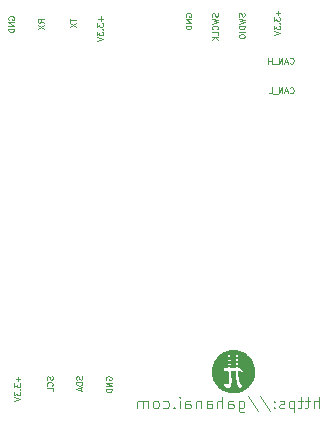
<source format=gbr>
%TF.GenerationSoftware,KiCad,Pcbnew,8.0.8-8.0.8-0~ubuntu24.04.1*%
%TF.CreationDate,2025-02-20T16:37:28+05:30*%
%TF.ProjectId,STM32_BT_IMU,53544d33-325f-4425-945f-494d552e6b69,rev?*%
%TF.SameCoordinates,Original*%
%TF.FileFunction,Legend,Bot*%
%TF.FilePolarity,Positive*%
%FSLAX46Y46*%
G04 Gerber Fmt 4.6, Leading zero omitted, Abs format (unit mm)*
G04 Created by KiCad (PCBNEW 8.0.8-8.0.8-0~ubuntu24.04.1) date 2025-02-20 16:37:28*
%MOMM*%
%LPD*%
G01*
G04 APERTURE LIST*
%ADD10C,0.100000*%
%ADD11C,0.000000*%
G04 APERTURE END LIST*
D10*
X63933609Y-73970550D02*
X63695514Y-73803884D01*
X63933609Y-73684836D02*
X63433609Y-73684836D01*
X63433609Y-73684836D02*
X63433609Y-73875312D01*
X63433609Y-73875312D02*
X63457419Y-73922931D01*
X63457419Y-73922931D02*
X63481228Y-73946741D01*
X63481228Y-73946741D02*
X63528847Y-73970550D01*
X63528847Y-73970550D02*
X63600276Y-73970550D01*
X63600276Y-73970550D02*
X63647895Y-73946741D01*
X63647895Y-73946741D02*
X63671704Y-73922931D01*
X63671704Y-73922931D02*
X63695514Y-73875312D01*
X63695514Y-73875312D02*
X63695514Y-73684836D01*
X63433609Y-74137217D02*
X63933609Y-74470550D01*
X63433609Y-74470550D02*
X63933609Y-74137217D01*
X84779449Y-79885990D02*
X84803258Y-79909800D01*
X84803258Y-79909800D02*
X84874687Y-79933609D01*
X84874687Y-79933609D02*
X84922306Y-79933609D01*
X84922306Y-79933609D02*
X84993734Y-79909800D01*
X84993734Y-79909800D02*
X85041353Y-79862180D01*
X85041353Y-79862180D02*
X85065163Y-79814561D01*
X85065163Y-79814561D02*
X85088972Y-79719323D01*
X85088972Y-79719323D02*
X85088972Y-79647895D01*
X85088972Y-79647895D02*
X85065163Y-79552657D01*
X85065163Y-79552657D02*
X85041353Y-79505038D01*
X85041353Y-79505038D02*
X84993734Y-79457419D01*
X84993734Y-79457419D02*
X84922306Y-79433609D01*
X84922306Y-79433609D02*
X84874687Y-79433609D01*
X84874687Y-79433609D02*
X84803258Y-79457419D01*
X84803258Y-79457419D02*
X84779449Y-79481228D01*
X84588972Y-79790752D02*
X84350877Y-79790752D01*
X84636591Y-79933609D02*
X84469925Y-79433609D01*
X84469925Y-79433609D02*
X84303258Y-79933609D01*
X84136592Y-79933609D02*
X84136592Y-79433609D01*
X84136592Y-79433609D02*
X83850878Y-79933609D01*
X83850878Y-79933609D02*
X83850878Y-79433609D01*
X83731830Y-79981228D02*
X83350877Y-79981228D01*
X82993735Y-79933609D02*
X83231830Y-79933609D01*
X83231830Y-79933609D02*
X83231830Y-79433609D01*
X60957419Y-73696741D02*
X60933609Y-73649122D01*
X60933609Y-73649122D02*
X60933609Y-73577693D01*
X60933609Y-73577693D02*
X60957419Y-73506265D01*
X60957419Y-73506265D02*
X61005038Y-73458646D01*
X61005038Y-73458646D02*
X61052657Y-73434836D01*
X61052657Y-73434836D02*
X61147895Y-73411027D01*
X61147895Y-73411027D02*
X61219323Y-73411027D01*
X61219323Y-73411027D02*
X61314561Y-73434836D01*
X61314561Y-73434836D02*
X61362180Y-73458646D01*
X61362180Y-73458646D02*
X61409800Y-73506265D01*
X61409800Y-73506265D02*
X61433609Y-73577693D01*
X61433609Y-73577693D02*
X61433609Y-73625312D01*
X61433609Y-73625312D02*
X61409800Y-73696741D01*
X61409800Y-73696741D02*
X61385990Y-73720550D01*
X61385990Y-73720550D02*
X61219323Y-73720550D01*
X61219323Y-73720550D02*
X61219323Y-73625312D01*
X61433609Y-73934836D02*
X60933609Y-73934836D01*
X60933609Y-73934836D02*
X61433609Y-74220550D01*
X61433609Y-74220550D02*
X60933609Y-74220550D01*
X61433609Y-74458646D02*
X60933609Y-74458646D01*
X60933609Y-74458646D02*
X60933609Y-74577694D01*
X60933609Y-74577694D02*
X60957419Y-74649122D01*
X60957419Y-74649122D02*
X61005038Y-74696741D01*
X61005038Y-74696741D02*
X61052657Y-74720551D01*
X61052657Y-74720551D02*
X61147895Y-74744360D01*
X61147895Y-74744360D02*
X61219323Y-74744360D01*
X61219323Y-74744360D02*
X61314561Y-74720551D01*
X61314561Y-74720551D02*
X61362180Y-74696741D01*
X61362180Y-74696741D02*
X61409800Y-74649122D01*
X61409800Y-74649122D02*
X61433609Y-74577694D01*
X61433609Y-74577694D02*
X61433609Y-74458646D01*
X80909800Y-73161027D02*
X80933609Y-73232455D01*
X80933609Y-73232455D02*
X80933609Y-73351503D01*
X80933609Y-73351503D02*
X80909800Y-73399122D01*
X80909800Y-73399122D02*
X80885990Y-73422931D01*
X80885990Y-73422931D02*
X80838371Y-73446741D01*
X80838371Y-73446741D02*
X80790752Y-73446741D01*
X80790752Y-73446741D02*
X80743133Y-73422931D01*
X80743133Y-73422931D02*
X80719323Y-73399122D01*
X80719323Y-73399122D02*
X80695514Y-73351503D01*
X80695514Y-73351503D02*
X80671704Y-73256265D01*
X80671704Y-73256265D02*
X80647895Y-73208646D01*
X80647895Y-73208646D02*
X80624085Y-73184836D01*
X80624085Y-73184836D02*
X80576466Y-73161027D01*
X80576466Y-73161027D02*
X80528847Y-73161027D01*
X80528847Y-73161027D02*
X80481228Y-73184836D01*
X80481228Y-73184836D02*
X80457419Y-73208646D01*
X80457419Y-73208646D02*
X80433609Y-73256265D01*
X80433609Y-73256265D02*
X80433609Y-73375312D01*
X80433609Y-73375312D02*
X80457419Y-73446741D01*
X80433609Y-73613407D02*
X80933609Y-73732455D01*
X80933609Y-73732455D02*
X80576466Y-73827693D01*
X80576466Y-73827693D02*
X80933609Y-73922931D01*
X80933609Y-73922931D02*
X80433609Y-74041979D01*
X80933609Y-74232455D02*
X80433609Y-74232455D01*
X80433609Y-74232455D02*
X80433609Y-74351503D01*
X80433609Y-74351503D02*
X80457419Y-74422931D01*
X80457419Y-74422931D02*
X80505038Y-74470550D01*
X80505038Y-74470550D02*
X80552657Y-74494360D01*
X80552657Y-74494360D02*
X80647895Y-74518169D01*
X80647895Y-74518169D02*
X80719323Y-74518169D01*
X80719323Y-74518169D02*
X80814561Y-74494360D01*
X80814561Y-74494360D02*
X80862180Y-74470550D01*
X80862180Y-74470550D02*
X80909800Y-74422931D01*
X80909800Y-74422931D02*
X80933609Y-74351503D01*
X80933609Y-74351503D02*
X80933609Y-74232455D01*
X80933609Y-74732455D02*
X80433609Y-74732455D01*
X80433609Y-75065788D02*
X80433609Y-75161026D01*
X80433609Y-75161026D02*
X80457419Y-75208645D01*
X80457419Y-75208645D02*
X80505038Y-75256264D01*
X80505038Y-75256264D02*
X80600276Y-75280074D01*
X80600276Y-75280074D02*
X80766942Y-75280074D01*
X80766942Y-75280074D02*
X80862180Y-75256264D01*
X80862180Y-75256264D02*
X80909800Y-75208645D01*
X80909800Y-75208645D02*
X80933609Y-75161026D01*
X80933609Y-75161026D02*
X80933609Y-75065788D01*
X80933609Y-75065788D02*
X80909800Y-75018169D01*
X80909800Y-75018169D02*
X80862180Y-74970550D01*
X80862180Y-74970550D02*
X80766942Y-74946741D01*
X80766942Y-74946741D02*
X80600276Y-74946741D01*
X80600276Y-74946741D02*
X80505038Y-74970550D01*
X80505038Y-74970550D02*
X80457419Y-75018169D01*
X80457419Y-75018169D02*
X80433609Y-75065788D01*
X75957419Y-73446741D02*
X75933609Y-73399122D01*
X75933609Y-73399122D02*
X75933609Y-73327693D01*
X75933609Y-73327693D02*
X75957419Y-73256265D01*
X75957419Y-73256265D02*
X76005038Y-73208646D01*
X76005038Y-73208646D02*
X76052657Y-73184836D01*
X76052657Y-73184836D02*
X76147895Y-73161027D01*
X76147895Y-73161027D02*
X76219323Y-73161027D01*
X76219323Y-73161027D02*
X76314561Y-73184836D01*
X76314561Y-73184836D02*
X76362180Y-73208646D01*
X76362180Y-73208646D02*
X76409800Y-73256265D01*
X76409800Y-73256265D02*
X76433609Y-73327693D01*
X76433609Y-73327693D02*
X76433609Y-73375312D01*
X76433609Y-73375312D02*
X76409800Y-73446741D01*
X76409800Y-73446741D02*
X76385990Y-73470550D01*
X76385990Y-73470550D02*
X76219323Y-73470550D01*
X76219323Y-73470550D02*
X76219323Y-73375312D01*
X76433609Y-73684836D02*
X75933609Y-73684836D01*
X75933609Y-73684836D02*
X76433609Y-73970550D01*
X76433609Y-73970550D02*
X75933609Y-73970550D01*
X76433609Y-74208646D02*
X75933609Y-74208646D01*
X75933609Y-74208646D02*
X75933609Y-74327694D01*
X75933609Y-74327694D02*
X75957419Y-74399122D01*
X75957419Y-74399122D02*
X76005038Y-74446741D01*
X76005038Y-74446741D02*
X76052657Y-74470551D01*
X76052657Y-74470551D02*
X76147895Y-74494360D01*
X76147895Y-74494360D02*
X76219323Y-74494360D01*
X76219323Y-74494360D02*
X76314561Y-74470551D01*
X76314561Y-74470551D02*
X76362180Y-74446741D01*
X76362180Y-74446741D02*
X76409800Y-74399122D01*
X76409800Y-74399122D02*
X76433609Y-74327694D01*
X76433609Y-74327694D02*
X76433609Y-74208646D01*
X83743133Y-72934836D02*
X83743133Y-73315789D01*
X83933609Y-73125312D02*
X83552657Y-73125312D01*
X83433609Y-73506265D02*
X83433609Y-73815789D01*
X83433609Y-73815789D02*
X83624085Y-73649122D01*
X83624085Y-73649122D02*
X83624085Y-73720551D01*
X83624085Y-73720551D02*
X83647895Y-73768170D01*
X83647895Y-73768170D02*
X83671704Y-73791979D01*
X83671704Y-73791979D02*
X83719323Y-73815789D01*
X83719323Y-73815789D02*
X83838371Y-73815789D01*
X83838371Y-73815789D02*
X83885990Y-73791979D01*
X83885990Y-73791979D02*
X83909800Y-73768170D01*
X83909800Y-73768170D02*
X83933609Y-73720551D01*
X83933609Y-73720551D02*
X83933609Y-73577694D01*
X83933609Y-73577694D02*
X83909800Y-73530075D01*
X83909800Y-73530075D02*
X83885990Y-73506265D01*
X83885990Y-74030074D02*
X83909800Y-74053884D01*
X83909800Y-74053884D02*
X83933609Y-74030074D01*
X83933609Y-74030074D02*
X83909800Y-74006265D01*
X83909800Y-74006265D02*
X83885990Y-74030074D01*
X83885990Y-74030074D02*
X83933609Y-74030074D01*
X83433609Y-74220550D02*
X83433609Y-74530074D01*
X83433609Y-74530074D02*
X83624085Y-74363407D01*
X83624085Y-74363407D02*
X83624085Y-74434836D01*
X83624085Y-74434836D02*
X83647895Y-74482455D01*
X83647895Y-74482455D02*
X83671704Y-74506264D01*
X83671704Y-74506264D02*
X83719323Y-74530074D01*
X83719323Y-74530074D02*
X83838371Y-74530074D01*
X83838371Y-74530074D02*
X83885990Y-74506264D01*
X83885990Y-74506264D02*
X83909800Y-74482455D01*
X83909800Y-74482455D02*
X83933609Y-74434836D01*
X83933609Y-74434836D02*
X83933609Y-74291979D01*
X83933609Y-74291979D02*
X83909800Y-74244360D01*
X83909800Y-74244360D02*
X83885990Y-74220550D01*
X83433609Y-74672931D02*
X83933609Y-74839597D01*
X83933609Y-74839597D02*
X83433609Y-75006264D01*
X78659800Y-73161027D02*
X78683609Y-73232455D01*
X78683609Y-73232455D02*
X78683609Y-73351503D01*
X78683609Y-73351503D02*
X78659800Y-73399122D01*
X78659800Y-73399122D02*
X78635990Y-73422931D01*
X78635990Y-73422931D02*
X78588371Y-73446741D01*
X78588371Y-73446741D02*
X78540752Y-73446741D01*
X78540752Y-73446741D02*
X78493133Y-73422931D01*
X78493133Y-73422931D02*
X78469323Y-73399122D01*
X78469323Y-73399122D02*
X78445514Y-73351503D01*
X78445514Y-73351503D02*
X78421704Y-73256265D01*
X78421704Y-73256265D02*
X78397895Y-73208646D01*
X78397895Y-73208646D02*
X78374085Y-73184836D01*
X78374085Y-73184836D02*
X78326466Y-73161027D01*
X78326466Y-73161027D02*
X78278847Y-73161027D01*
X78278847Y-73161027D02*
X78231228Y-73184836D01*
X78231228Y-73184836D02*
X78207419Y-73208646D01*
X78207419Y-73208646D02*
X78183609Y-73256265D01*
X78183609Y-73256265D02*
X78183609Y-73375312D01*
X78183609Y-73375312D02*
X78207419Y-73446741D01*
X78183609Y-73613407D02*
X78683609Y-73732455D01*
X78683609Y-73732455D02*
X78326466Y-73827693D01*
X78326466Y-73827693D02*
X78683609Y-73922931D01*
X78683609Y-73922931D02*
X78183609Y-74041979D01*
X78635990Y-74518169D02*
X78659800Y-74494360D01*
X78659800Y-74494360D02*
X78683609Y-74422931D01*
X78683609Y-74422931D02*
X78683609Y-74375312D01*
X78683609Y-74375312D02*
X78659800Y-74303884D01*
X78659800Y-74303884D02*
X78612180Y-74256265D01*
X78612180Y-74256265D02*
X78564561Y-74232455D01*
X78564561Y-74232455D02*
X78469323Y-74208646D01*
X78469323Y-74208646D02*
X78397895Y-74208646D01*
X78397895Y-74208646D02*
X78302657Y-74232455D01*
X78302657Y-74232455D02*
X78255038Y-74256265D01*
X78255038Y-74256265D02*
X78207419Y-74303884D01*
X78207419Y-74303884D02*
X78183609Y-74375312D01*
X78183609Y-74375312D02*
X78183609Y-74422931D01*
X78183609Y-74422931D02*
X78207419Y-74494360D01*
X78207419Y-74494360D02*
X78231228Y-74518169D01*
X78683609Y-74970550D02*
X78683609Y-74732455D01*
X78683609Y-74732455D02*
X78183609Y-74732455D01*
X78683609Y-75137217D02*
X78183609Y-75137217D01*
X78683609Y-75422931D02*
X78397895Y-75208646D01*
X78183609Y-75422931D02*
X78469323Y-75137217D01*
X61743133Y-103934836D02*
X61743133Y-104315789D01*
X61933609Y-104125312D02*
X61552657Y-104125312D01*
X61433609Y-104506265D02*
X61433609Y-104815789D01*
X61433609Y-104815789D02*
X61624085Y-104649122D01*
X61624085Y-104649122D02*
X61624085Y-104720551D01*
X61624085Y-104720551D02*
X61647895Y-104768170D01*
X61647895Y-104768170D02*
X61671704Y-104791979D01*
X61671704Y-104791979D02*
X61719323Y-104815789D01*
X61719323Y-104815789D02*
X61838371Y-104815789D01*
X61838371Y-104815789D02*
X61885990Y-104791979D01*
X61885990Y-104791979D02*
X61909800Y-104768170D01*
X61909800Y-104768170D02*
X61933609Y-104720551D01*
X61933609Y-104720551D02*
X61933609Y-104577694D01*
X61933609Y-104577694D02*
X61909800Y-104530075D01*
X61909800Y-104530075D02*
X61885990Y-104506265D01*
X61885990Y-105030074D02*
X61909800Y-105053884D01*
X61909800Y-105053884D02*
X61933609Y-105030074D01*
X61933609Y-105030074D02*
X61909800Y-105006265D01*
X61909800Y-105006265D02*
X61885990Y-105030074D01*
X61885990Y-105030074D02*
X61933609Y-105030074D01*
X61433609Y-105220550D02*
X61433609Y-105530074D01*
X61433609Y-105530074D02*
X61624085Y-105363407D01*
X61624085Y-105363407D02*
X61624085Y-105434836D01*
X61624085Y-105434836D02*
X61647895Y-105482455D01*
X61647895Y-105482455D02*
X61671704Y-105506264D01*
X61671704Y-105506264D02*
X61719323Y-105530074D01*
X61719323Y-105530074D02*
X61838371Y-105530074D01*
X61838371Y-105530074D02*
X61885990Y-105506264D01*
X61885990Y-105506264D02*
X61909800Y-105482455D01*
X61909800Y-105482455D02*
X61933609Y-105434836D01*
X61933609Y-105434836D02*
X61933609Y-105291979D01*
X61933609Y-105291979D02*
X61909800Y-105244360D01*
X61909800Y-105244360D02*
X61885990Y-105220550D01*
X61433609Y-105672931D02*
X61933609Y-105839597D01*
X61933609Y-105839597D02*
X61433609Y-106006264D01*
X66183609Y-73613408D02*
X66183609Y-73899122D01*
X66683609Y-73756265D02*
X66183609Y-73756265D01*
X66183609Y-74018169D02*
X66683609Y-74351502D01*
X66183609Y-74351502D02*
X66683609Y-74018169D01*
X87196115Y-106622419D02*
X87196115Y-105622419D01*
X86767544Y-106622419D02*
X86767544Y-106098609D01*
X86767544Y-106098609D02*
X86815163Y-106003371D01*
X86815163Y-106003371D02*
X86910401Y-105955752D01*
X86910401Y-105955752D02*
X87053258Y-105955752D01*
X87053258Y-105955752D02*
X87148496Y-106003371D01*
X87148496Y-106003371D02*
X87196115Y-106050990D01*
X86434210Y-105955752D02*
X86053258Y-105955752D01*
X86291353Y-105622419D02*
X86291353Y-106479561D01*
X86291353Y-106479561D02*
X86243734Y-106574800D01*
X86243734Y-106574800D02*
X86148496Y-106622419D01*
X86148496Y-106622419D02*
X86053258Y-106622419D01*
X85862781Y-105955752D02*
X85481829Y-105955752D01*
X85719924Y-105622419D02*
X85719924Y-106479561D01*
X85719924Y-106479561D02*
X85672305Y-106574800D01*
X85672305Y-106574800D02*
X85577067Y-106622419D01*
X85577067Y-106622419D02*
X85481829Y-106622419D01*
X85148495Y-105955752D02*
X85148495Y-106955752D01*
X85148495Y-106003371D02*
X85053257Y-105955752D01*
X85053257Y-105955752D02*
X84862781Y-105955752D01*
X84862781Y-105955752D02*
X84767543Y-106003371D01*
X84767543Y-106003371D02*
X84719924Y-106050990D01*
X84719924Y-106050990D02*
X84672305Y-106146228D01*
X84672305Y-106146228D02*
X84672305Y-106431942D01*
X84672305Y-106431942D02*
X84719924Y-106527180D01*
X84719924Y-106527180D02*
X84767543Y-106574800D01*
X84767543Y-106574800D02*
X84862781Y-106622419D01*
X84862781Y-106622419D02*
X85053257Y-106622419D01*
X85053257Y-106622419D02*
X85148495Y-106574800D01*
X84291352Y-106574800D02*
X84196114Y-106622419D01*
X84196114Y-106622419D02*
X84005638Y-106622419D01*
X84005638Y-106622419D02*
X83910400Y-106574800D01*
X83910400Y-106574800D02*
X83862781Y-106479561D01*
X83862781Y-106479561D02*
X83862781Y-106431942D01*
X83862781Y-106431942D02*
X83910400Y-106336704D01*
X83910400Y-106336704D02*
X84005638Y-106289085D01*
X84005638Y-106289085D02*
X84148495Y-106289085D01*
X84148495Y-106289085D02*
X84243733Y-106241466D01*
X84243733Y-106241466D02*
X84291352Y-106146228D01*
X84291352Y-106146228D02*
X84291352Y-106098609D01*
X84291352Y-106098609D02*
X84243733Y-106003371D01*
X84243733Y-106003371D02*
X84148495Y-105955752D01*
X84148495Y-105955752D02*
X84005638Y-105955752D01*
X84005638Y-105955752D02*
X83910400Y-106003371D01*
X83434209Y-106527180D02*
X83386590Y-106574800D01*
X83386590Y-106574800D02*
X83434209Y-106622419D01*
X83434209Y-106622419D02*
X83481828Y-106574800D01*
X83481828Y-106574800D02*
X83434209Y-106527180D01*
X83434209Y-106527180D02*
X83434209Y-106622419D01*
X83434209Y-106003371D02*
X83386590Y-106050990D01*
X83386590Y-106050990D02*
X83434209Y-106098609D01*
X83434209Y-106098609D02*
X83481828Y-106050990D01*
X83481828Y-106050990D02*
X83434209Y-106003371D01*
X83434209Y-106003371D02*
X83434209Y-106098609D01*
X82243734Y-105574800D02*
X83100876Y-106860514D01*
X81196115Y-105574800D02*
X82053257Y-106860514D01*
X80434210Y-105955752D02*
X80434210Y-106765276D01*
X80434210Y-106765276D02*
X80481829Y-106860514D01*
X80481829Y-106860514D02*
X80529448Y-106908133D01*
X80529448Y-106908133D02*
X80624686Y-106955752D01*
X80624686Y-106955752D02*
X80767543Y-106955752D01*
X80767543Y-106955752D02*
X80862781Y-106908133D01*
X80434210Y-106574800D02*
X80529448Y-106622419D01*
X80529448Y-106622419D02*
X80719924Y-106622419D01*
X80719924Y-106622419D02*
X80815162Y-106574800D01*
X80815162Y-106574800D02*
X80862781Y-106527180D01*
X80862781Y-106527180D02*
X80910400Y-106431942D01*
X80910400Y-106431942D02*
X80910400Y-106146228D01*
X80910400Y-106146228D02*
X80862781Y-106050990D01*
X80862781Y-106050990D02*
X80815162Y-106003371D01*
X80815162Y-106003371D02*
X80719924Y-105955752D01*
X80719924Y-105955752D02*
X80529448Y-105955752D01*
X80529448Y-105955752D02*
X80434210Y-106003371D01*
X79529448Y-106622419D02*
X79529448Y-106098609D01*
X79529448Y-106098609D02*
X79577067Y-106003371D01*
X79577067Y-106003371D02*
X79672305Y-105955752D01*
X79672305Y-105955752D02*
X79862781Y-105955752D01*
X79862781Y-105955752D02*
X79958019Y-106003371D01*
X79529448Y-106574800D02*
X79624686Y-106622419D01*
X79624686Y-106622419D02*
X79862781Y-106622419D01*
X79862781Y-106622419D02*
X79958019Y-106574800D01*
X79958019Y-106574800D02*
X80005638Y-106479561D01*
X80005638Y-106479561D02*
X80005638Y-106384323D01*
X80005638Y-106384323D02*
X79958019Y-106289085D01*
X79958019Y-106289085D02*
X79862781Y-106241466D01*
X79862781Y-106241466D02*
X79624686Y-106241466D01*
X79624686Y-106241466D02*
X79529448Y-106193847D01*
X79053257Y-106622419D02*
X79053257Y-105622419D01*
X78624686Y-106622419D02*
X78624686Y-106098609D01*
X78624686Y-106098609D02*
X78672305Y-106003371D01*
X78672305Y-106003371D02*
X78767543Y-105955752D01*
X78767543Y-105955752D02*
X78910400Y-105955752D01*
X78910400Y-105955752D02*
X79005638Y-106003371D01*
X79005638Y-106003371D02*
X79053257Y-106050990D01*
X77719924Y-106622419D02*
X77719924Y-106098609D01*
X77719924Y-106098609D02*
X77767543Y-106003371D01*
X77767543Y-106003371D02*
X77862781Y-105955752D01*
X77862781Y-105955752D02*
X78053257Y-105955752D01*
X78053257Y-105955752D02*
X78148495Y-106003371D01*
X77719924Y-106574800D02*
X77815162Y-106622419D01*
X77815162Y-106622419D02*
X78053257Y-106622419D01*
X78053257Y-106622419D02*
X78148495Y-106574800D01*
X78148495Y-106574800D02*
X78196114Y-106479561D01*
X78196114Y-106479561D02*
X78196114Y-106384323D01*
X78196114Y-106384323D02*
X78148495Y-106289085D01*
X78148495Y-106289085D02*
X78053257Y-106241466D01*
X78053257Y-106241466D02*
X77815162Y-106241466D01*
X77815162Y-106241466D02*
X77719924Y-106193847D01*
X77243733Y-105955752D02*
X77243733Y-106622419D01*
X77243733Y-106050990D02*
X77196114Y-106003371D01*
X77196114Y-106003371D02*
X77100876Y-105955752D01*
X77100876Y-105955752D02*
X76958019Y-105955752D01*
X76958019Y-105955752D02*
X76862781Y-106003371D01*
X76862781Y-106003371D02*
X76815162Y-106098609D01*
X76815162Y-106098609D02*
X76815162Y-106622419D01*
X75910400Y-106622419D02*
X75910400Y-106098609D01*
X75910400Y-106098609D02*
X75958019Y-106003371D01*
X75958019Y-106003371D02*
X76053257Y-105955752D01*
X76053257Y-105955752D02*
X76243733Y-105955752D01*
X76243733Y-105955752D02*
X76338971Y-106003371D01*
X75910400Y-106574800D02*
X76005638Y-106622419D01*
X76005638Y-106622419D02*
X76243733Y-106622419D01*
X76243733Y-106622419D02*
X76338971Y-106574800D01*
X76338971Y-106574800D02*
X76386590Y-106479561D01*
X76386590Y-106479561D02*
X76386590Y-106384323D01*
X76386590Y-106384323D02*
X76338971Y-106289085D01*
X76338971Y-106289085D02*
X76243733Y-106241466D01*
X76243733Y-106241466D02*
X76005638Y-106241466D01*
X76005638Y-106241466D02*
X75910400Y-106193847D01*
X75434209Y-106622419D02*
X75434209Y-105955752D01*
X75434209Y-105622419D02*
X75481828Y-105670038D01*
X75481828Y-105670038D02*
X75434209Y-105717657D01*
X75434209Y-105717657D02*
X75386590Y-105670038D01*
X75386590Y-105670038D02*
X75434209Y-105622419D01*
X75434209Y-105622419D02*
X75434209Y-105717657D01*
X74958019Y-106527180D02*
X74910400Y-106574800D01*
X74910400Y-106574800D02*
X74958019Y-106622419D01*
X74958019Y-106622419D02*
X75005638Y-106574800D01*
X75005638Y-106574800D02*
X74958019Y-106527180D01*
X74958019Y-106527180D02*
X74958019Y-106622419D01*
X74053258Y-106574800D02*
X74148496Y-106622419D01*
X74148496Y-106622419D02*
X74338972Y-106622419D01*
X74338972Y-106622419D02*
X74434210Y-106574800D01*
X74434210Y-106574800D02*
X74481829Y-106527180D01*
X74481829Y-106527180D02*
X74529448Y-106431942D01*
X74529448Y-106431942D02*
X74529448Y-106146228D01*
X74529448Y-106146228D02*
X74481829Y-106050990D01*
X74481829Y-106050990D02*
X74434210Y-106003371D01*
X74434210Y-106003371D02*
X74338972Y-105955752D01*
X74338972Y-105955752D02*
X74148496Y-105955752D01*
X74148496Y-105955752D02*
X74053258Y-106003371D01*
X73481829Y-106622419D02*
X73577067Y-106574800D01*
X73577067Y-106574800D02*
X73624686Y-106527180D01*
X73624686Y-106527180D02*
X73672305Y-106431942D01*
X73672305Y-106431942D02*
X73672305Y-106146228D01*
X73672305Y-106146228D02*
X73624686Y-106050990D01*
X73624686Y-106050990D02*
X73577067Y-106003371D01*
X73577067Y-106003371D02*
X73481829Y-105955752D01*
X73481829Y-105955752D02*
X73338972Y-105955752D01*
X73338972Y-105955752D02*
X73243734Y-106003371D01*
X73243734Y-106003371D02*
X73196115Y-106050990D01*
X73196115Y-106050990D02*
X73148496Y-106146228D01*
X73148496Y-106146228D02*
X73148496Y-106431942D01*
X73148496Y-106431942D02*
X73196115Y-106527180D01*
X73196115Y-106527180D02*
X73243734Y-106574800D01*
X73243734Y-106574800D02*
X73338972Y-106622419D01*
X73338972Y-106622419D02*
X73481829Y-106622419D01*
X72719924Y-106622419D02*
X72719924Y-105955752D01*
X72719924Y-106050990D02*
X72672305Y-106003371D01*
X72672305Y-106003371D02*
X72577067Y-105955752D01*
X72577067Y-105955752D02*
X72434210Y-105955752D01*
X72434210Y-105955752D02*
X72338972Y-106003371D01*
X72338972Y-106003371D02*
X72291353Y-106098609D01*
X72291353Y-106098609D02*
X72291353Y-106622419D01*
X72291353Y-106098609D02*
X72243734Y-106003371D01*
X72243734Y-106003371D02*
X72148496Y-105955752D01*
X72148496Y-105955752D02*
X72005639Y-105955752D01*
X72005639Y-105955752D02*
X71910400Y-106003371D01*
X71910400Y-106003371D02*
X71862781Y-106098609D01*
X71862781Y-106098609D02*
X71862781Y-106622419D01*
X69207419Y-104196741D02*
X69183609Y-104149122D01*
X69183609Y-104149122D02*
X69183609Y-104077693D01*
X69183609Y-104077693D02*
X69207419Y-104006265D01*
X69207419Y-104006265D02*
X69255038Y-103958646D01*
X69255038Y-103958646D02*
X69302657Y-103934836D01*
X69302657Y-103934836D02*
X69397895Y-103911027D01*
X69397895Y-103911027D02*
X69469323Y-103911027D01*
X69469323Y-103911027D02*
X69564561Y-103934836D01*
X69564561Y-103934836D02*
X69612180Y-103958646D01*
X69612180Y-103958646D02*
X69659800Y-104006265D01*
X69659800Y-104006265D02*
X69683609Y-104077693D01*
X69683609Y-104077693D02*
X69683609Y-104125312D01*
X69683609Y-104125312D02*
X69659800Y-104196741D01*
X69659800Y-104196741D02*
X69635990Y-104220550D01*
X69635990Y-104220550D02*
X69469323Y-104220550D01*
X69469323Y-104220550D02*
X69469323Y-104125312D01*
X69683609Y-104434836D02*
X69183609Y-104434836D01*
X69183609Y-104434836D02*
X69683609Y-104720550D01*
X69683609Y-104720550D02*
X69183609Y-104720550D01*
X69683609Y-104958646D02*
X69183609Y-104958646D01*
X69183609Y-104958646D02*
X69183609Y-105077694D01*
X69183609Y-105077694D02*
X69207419Y-105149122D01*
X69207419Y-105149122D02*
X69255038Y-105196741D01*
X69255038Y-105196741D02*
X69302657Y-105220551D01*
X69302657Y-105220551D02*
X69397895Y-105244360D01*
X69397895Y-105244360D02*
X69469323Y-105244360D01*
X69469323Y-105244360D02*
X69564561Y-105220551D01*
X69564561Y-105220551D02*
X69612180Y-105196741D01*
X69612180Y-105196741D02*
X69659800Y-105149122D01*
X69659800Y-105149122D02*
X69683609Y-105077694D01*
X69683609Y-105077694D02*
X69683609Y-104958646D01*
X67159800Y-103911027D02*
X67183609Y-103982455D01*
X67183609Y-103982455D02*
X67183609Y-104101503D01*
X67183609Y-104101503D02*
X67159800Y-104149122D01*
X67159800Y-104149122D02*
X67135990Y-104172931D01*
X67135990Y-104172931D02*
X67088371Y-104196741D01*
X67088371Y-104196741D02*
X67040752Y-104196741D01*
X67040752Y-104196741D02*
X66993133Y-104172931D01*
X66993133Y-104172931D02*
X66969323Y-104149122D01*
X66969323Y-104149122D02*
X66945514Y-104101503D01*
X66945514Y-104101503D02*
X66921704Y-104006265D01*
X66921704Y-104006265D02*
X66897895Y-103958646D01*
X66897895Y-103958646D02*
X66874085Y-103934836D01*
X66874085Y-103934836D02*
X66826466Y-103911027D01*
X66826466Y-103911027D02*
X66778847Y-103911027D01*
X66778847Y-103911027D02*
X66731228Y-103934836D01*
X66731228Y-103934836D02*
X66707419Y-103958646D01*
X66707419Y-103958646D02*
X66683609Y-104006265D01*
X66683609Y-104006265D02*
X66683609Y-104125312D01*
X66683609Y-104125312D02*
X66707419Y-104196741D01*
X67183609Y-104411026D02*
X66683609Y-104411026D01*
X66683609Y-104411026D02*
X66683609Y-104530074D01*
X66683609Y-104530074D02*
X66707419Y-104601502D01*
X66707419Y-104601502D02*
X66755038Y-104649121D01*
X66755038Y-104649121D02*
X66802657Y-104672931D01*
X66802657Y-104672931D02*
X66897895Y-104696740D01*
X66897895Y-104696740D02*
X66969323Y-104696740D01*
X66969323Y-104696740D02*
X67064561Y-104672931D01*
X67064561Y-104672931D02*
X67112180Y-104649121D01*
X67112180Y-104649121D02*
X67159800Y-104601502D01*
X67159800Y-104601502D02*
X67183609Y-104530074D01*
X67183609Y-104530074D02*
X67183609Y-104411026D01*
X67040752Y-104887217D02*
X67040752Y-105125312D01*
X67183609Y-104839598D02*
X66683609Y-105006264D01*
X66683609Y-105006264D02*
X67183609Y-105172931D01*
X64659800Y-103911027D02*
X64683609Y-103982455D01*
X64683609Y-103982455D02*
X64683609Y-104101503D01*
X64683609Y-104101503D02*
X64659800Y-104149122D01*
X64659800Y-104149122D02*
X64635990Y-104172931D01*
X64635990Y-104172931D02*
X64588371Y-104196741D01*
X64588371Y-104196741D02*
X64540752Y-104196741D01*
X64540752Y-104196741D02*
X64493133Y-104172931D01*
X64493133Y-104172931D02*
X64469323Y-104149122D01*
X64469323Y-104149122D02*
X64445514Y-104101503D01*
X64445514Y-104101503D02*
X64421704Y-104006265D01*
X64421704Y-104006265D02*
X64397895Y-103958646D01*
X64397895Y-103958646D02*
X64374085Y-103934836D01*
X64374085Y-103934836D02*
X64326466Y-103911027D01*
X64326466Y-103911027D02*
X64278847Y-103911027D01*
X64278847Y-103911027D02*
X64231228Y-103934836D01*
X64231228Y-103934836D02*
X64207419Y-103958646D01*
X64207419Y-103958646D02*
X64183609Y-104006265D01*
X64183609Y-104006265D02*
X64183609Y-104125312D01*
X64183609Y-104125312D02*
X64207419Y-104196741D01*
X64635990Y-104696740D02*
X64659800Y-104672931D01*
X64659800Y-104672931D02*
X64683609Y-104601502D01*
X64683609Y-104601502D02*
X64683609Y-104553883D01*
X64683609Y-104553883D02*
X64659800Y-104482455D01*
X64659800Y-104482455D02*
X64612180Y-104434836D01*
X64612180Y-104434836D02*
X64564561Y-104411026D01*
X64564561Y-104411026D02*
X64469323Y-104387217D01*
X64469323Y-104387217D02*
X64397895Y-104387217D01*
X64397895Y-104387217D02*
X64302657Y-104411026D01*
X64302657Y-104411026D02*
X64255038Y-104434836D01*
X64255038Y-104434836D02*
X64207419Y-104482455D01*
X64207419Y-104482455D02*
X64183609Y-104553883D01*
X64183609Y-104553883D02*
X64183609Y-104601502D01*
X64183609Y-104601502D02*
X64207419Y-104672931D01*
X64207419Y-104672931D02*
X64231228Y-104696740D01*
X64683609Y-105149121D02*
X64683609Y-104911026D01*
X64683609Y-104911026D02*
X64183609Y-104911026D01*
X84779449Y-77385990D02*
X84803258Y-77409800D01*
X84803258Y-77409800D02*
X84874687Y-77433609D01*
X84874687Y-77433609D02*
X84922306Y-77433609D01*
X84922306Y-77433609D02*
X84993734Y-77409800D01*
X84993734Y-77409800D02*
X85041353Y-77362180D01*
X85041353Y-77362180D02*
X85065163Y-77314561D01*
X85065163Y-77314561D02*
X85088972Y-77219323D01*
X85088972Y-77219323D02*
X85088972Y-77147895D01*
X85088972Y-77147895D02*
X85065163Y-77052657D01*
X85065163Y-77052657D02*
X85041353Y-77005038D01*
X85041353Y-77005038D02*
X84993734Y-76957419D01*
X84993734Y-76957419D02*
X84922306Y-76933609D01*
X84922306Y-76933609D02*
X84874687Y-76933609D01*
X84874687Y-76933609D02*
X84803258Y-76957419D01*
X84803258Y-76957419D02*
X84779449Y-76981228D01*
X84588972Y-77290752D02*
X84350877Y-77290752D01*
X84636591Y-77433609D02*
X84469925Y-76933609D01*
X84469925Y-76933609D02*
X84303258Y-77433609D01*
X84136592Y-77433609D02*
X84136592Y-76933609D01*
X84136592Y-76933609D02*
X83850878Y-77433609D01*
X83850878Y-77433609D02*
X83850878Y-76933609D01*
X83731830Y-77481228D02*
X83350877Y-77481228D01*
X83231830Y-77433609D02*
X83231830Y-76933609D01*
X83231830Y-77171704D02*
X82946116Y-77171704D01*
X82946116Y-77433609D02*
X82946116Y-76933609D01*
X68743133Y-73434836D02*
X68743133Y-73815789D01*
X68933609Y-73625312D02*
X68552657Y-73625312D01*
X68433609Y-74006265D02*
X68433609Y-74315789D01*
X68433609Y-74315789D02*
X68624085Y-74149122D01*
X68624085Y-74149122D02*
X68624085Y-74220551D01*
X68624085Y-74220551D02*
X68647895Y-74268170D01*
X68647895Y-74268170D02*
X68671704Y-74291979D01*
X68671704Y-74291979D02*
X68719323Y-74315789D01*
X68719323Y-74315789D02*
X68838371Y-74315789D01*
X68838371Y-74315789D02*
X68885990Y-74291979D01*
X68885990Y-74291979D02*
X68909800Y-74268170D01*
X68909800Y-74268170D02*
X68933609Y-74220551D01*
X68933609Y-74220551D02*
X68933609Y-74077694D01*
X68933609Y-74077694D02*
X68909800Y-74030075D01*
X68909800Y-74030075D02*
X68885990Y-74006265D01*
X68885990Y-74530074D02*
X68909800Y-74553884D01*
X68909800Y-74553884D02*
X68933609Y-74530074D01*
X68933609Y-74530074D02*
X68909800Y-74506265D01*
X68909800Y-74506265D02*
X68885990Y-74530074D01*
X68885990Y-74530074D02*
X68933609Y-74530074D01*
X68433609Y-74720550D02*
X68433609Y-75030074D01*
X68433609Y-75030074D02*
X68624085Y-74863407D01*
X68624085Y-74863407D02*
X68624085Y-74934836D01*
X68624085Y-74934836D02*
X68647895Y-74982455D01*
X68647895Y-74982455D02*
X68671704Y-75006264D01*
X68671704Y-75006264D02*
X68719323Y-75030074D01*
X68719323Y-75030074D02*
X68838371Y-75030074D01*
X68838371Y-75030074D02*
X68885990Y-75006264D01*
X68885990Y-75006264D02*
X68909800Y-74982455D01*
X68909800Y-74982455D02*
X68933609Y-74934836D01*
X68933609Y-74934836D02*
X68933609Y-74791979D01*
X68933609Y-74791979D02*
X68909800Y-74744360D01*
X68909800Y-74744360D02*
X68885990Y-74720550D01*
X68433609Y-75172931D02*
X68933609Y-75339597D01*
X68933609Y-75339597D02*
X68433609Y-75506264D01*
D11*
%TO.C,G\u002A\u002A\u002A*%
G36*
X81357745Y-102278159D02*
G01*
X81447842Y-102385689D01*
X81529558Y-102499704D01*
X81537606Y-102512932D01*
X81602454Y-102619516D01*
X81666096Y-102744436D01*
X81714189Y-102859736D01*
X81720045Y-102873776D01*
X81763865Y-103006847D01*
X81797120Y-103142960D01*
X81805694Y-103186542D01*
X81813724Y-103231543D01*
X81819894Y-103272860D01*
X81824432Y-103312981D01*
X81827565Y-103354394D01*
X81829522Y-103399585D01*
X81830529Y-103451042D01*
X81830814Y-103511252D01*
X81830606Y-103563657D01*
X81829714Y-103616184D01*
X81827903Y-103662098D01*
X81824947Y-103703888D01*
X81824388Y-103709070D01*
X81820619Y-103744040D01*
X81814689Y-103785041D01*
X81806932Y-103829380D01*
X81797120Y-103879543D01*
X81783708Y-103940060D01*
X81746468Y-104071902D01*
X81699023Y-104201297D01*
X81641934Y-104327261D01*
X81575764Y-104448808D01*
X81501075Y-104564953D01*
X81418428Y-104674713D01*
X81328384Y-104777101D01*
X81231507Y-104871133D01*
X81193366Y-104904383D01*
X81078899Y-104994459D01*
X80959420Y-105074468D01*
X80834990Y-105144382D01*
X80705668Y-105204178D01*
X80571512Y-105253828D01*
X80432583Y-105293307D01*
X80288940Y-105322591D01*
X80140642Y-105341652D01*
X80134976Y-105342097D01*
X80109886Y-105343115D01*
X80076388Y-105343514D01*
X80036645Y-105343353D01*
X79992817Y-105342690D01*
X79947066Y-105341583D01*
X79901552Y-105340092D01*
X79858438Y-105338275D01*
X79819884Y-105336191D01*
X79788052Y-105333898D01*
X79765102Y-105331455D01*
X79641847Y-105310152D01*
X79501586Y-105275796D01*
X79365931Y-105231564D01*
X79235287Y-105177772D01*
X79110058Y-105114736D01*
X78990648Y-105042771D01*
X78877464Y-104962194D01*
X78770908Y-104873320D01*
X78671387Y-104776465D01*
X78579305Y-104671945D01*
X78495067Y-104560074D01*
X78419078Y-104441170D01*
X78351741Y-104315547D01*
X78293463Y-104183522D01*
X78278218Y-104143664D01*
X78236581Y-104015829D01*
X78203522Y-103881563D01*
X78178884Y-103740266D01*
X78177021Y-103725310D01*
X78173545Y-103685020D01*
X78170989Y-103636957D01*
X78169355Y-103583495D01*
X78168641Y-103527006D01*
X78168848Y-103469865D01*
X78168922Y-103466246D01*
X79150313Y-103466246D01*
X79357783Y-103466246D01*
X79565254Y-103466246D01*
X79568608Y-103492968D01*
X79570272Y-103506014D01*
X79573177Y-103528516D01*
X79576960Y-103557659D01*
X79581319Y-103591121D01*
X79585953Y-103626578D01*
X79591253Y-103667616D01*
X79600564Y-103743590D01*
X79608112Y-103812040D01*
X79614062Y-103875337D01*
X79618579Y-103935854D01*
X79621829Y-103995964D01*
X79623975Y-104058041D01*
X79625183Y-104124458D01*
X79625618Y-104197586D01*
X79625626Y-104203354D01*
X79625667Y-104255979D01*
X79625597Y-104298755D01*
X79625351Y-104332959D01*
X79624864Y-104359867D01*
X79624070Y-104380757D01*
X79622904Y-104396905D01*
X79621299Y-104409588D01*
X79619191Y-104420082D01*
X79616514Y-104429665D01*
X79613202Y-104439612D01*
X79606792Y-104456600D01*
X79583237Y-104501456D01*
X79553154Y-104537155D01*
X79516479Y-104563748D01*
X79473145Y-104581289D01*
X79423087Y-104589828D01*
X79381298Y-104589315D01*
X79338293Y-104579477D01*
X79300900Y-104560037D01*
X79269521Y-104531287D01*
X79244556Y-104493516D01*
X79226405Y-104447017D01*
X79213716Y-104402924D01*
X79186959Y-104401177D01*
X79178428Y-104400884D01*
X79163380Y-104401820D01*
X79155183Y-104404449D01*
X79153592Y-104409257D01*
X79153896Y-104424090D01*
X79156923Y-104446593D01*
X79162241Y-104474966D01*
X79169420Y-104507407D01*
X79178028Y-104542115D01*
X79187634Y-104577287D01*
X79197808Y-104611122D01*
X79208118Y-104641820D01*
X79218134Y-104667577D01*
X79230804Y-104693880D01*
X79263815Y-104745219D01*
X79304883Y-104791985D01*
X79351952Y-104832006D01*
X79402970Y-104863109D01*
X79450646Y-104886733D01*
X79516058Y-104886733D01*
X79539021Y-104886665D01*
X79560772Y-104886042D01*
X79577003Y-104884232D01*
X79590926Y-104880604D01*
X79605757Y-104874526D01*
X79624708Y-104865364D01*
X79643575Y-104855141D01*
X79689405Y-104821682D01*
X79728984Y-104779493D01*
X79761558Y-104729473D01*
X79786372Y-104672524D01*
X79786641Y-104671740D01*
X79796202Y-104638303D01*
X79805369Y-104596163D01*
X79813712Y-104547797D01*
X79820803Y-104495685D01*
X79826213Y-104442304D01*
X79828001Y-104412249D01*
X79829232Y-104372193D01*
X79829862Y-104325213D01*
X79829920Y-104273502D01*
X79829436Y-104219252D01*
X79828440Y-104164654D01*
X79826964Y-104111900D01*
X79825036Y-104063182D01*
X79822687Y-104020692D01*
X79819947Y-103986623D01*
X79818849Y-103975558D01*
X79815961Y-103945727D01*
X79812565Y-103909940D01*
X79808997Y-103871754D01*
X79805594Y-103834729D01*
X79805593Y-103834717D01*
X79802227Y-103799225D01*
X79798202Y-103759169D01*
X79793713Y-103716299D01*
X79788961Y-103672367D01*
X79784142Y-103629124D01*
X79779454Y-103588321D01*
X79775097Y-103551709D01*
X79771268Y-103521039D01*
X79768164Y-103498062D01*
X79765985Y-103484530D01*
X79762314Y-103466246D01*
X79973152Y-103466246D01*
X80183990Y-103466246D01*
X80187696Y-103526722D01*
X80197195Y-103671143D01*
X80208766Y-103823161D01*
X80221323Y-103965055D01*
X80234848Y-104096716D01*
X80249326Y-104218033D01*
X80264740Y-104328897D01*
X80281073Y-104429198D01*
X80298308Y-104518826D01*
X80316429Y-104597672D01*
X80335419Y-104665625D01*
X80355261Y-104722576D01*
X80375940Y-104768416D01*
X80377218Y-104770814D01*
X80394410Y-104798208D01*
X80415586Y-104825396D01*
X80438475Y-104849925D01*
X80460804Y-104869338D01*
X80480300Y-104881180D01*
X80510316Y-104888971D01*
X80546461Y-104889216D01*
X80583140Y-104881479D01*
X80617298Y-104866432D01*
X80645883Y-104844747D01*
X80662820Y-104825732D01*
X80678230Y-104799958D01*
X80686525Y-104770708D01*
X80689050Y-104734548D01*
X80689034Y-104726373D01*
X80688163Y-104704556D01*
X80685155Y-104687298D01*
X80678867Y-104669822D01*
X80668152Y-104647350D01*
X80664902Y-104641126D01*
X80652004Y-104618673D01*
X80634953Y-104591106D01*
X80615586Y-104561347D01*
X80595741Y-104532315D01*
X80574778Y-104501504D01*
X80531773Y-104430073D01*
X80498568Y-104361599D01*
X80475481Y-104296706D01*
X80458953Y-104230199D01*
X80443869Y-104150616D01*
X80430817Y-104060030D01*
X80419802Y-103958474D01*
X80410829Y-103845980D01*
X80409240Y-103822696D01*
X80406146Y-103778550D01*
X80402759Y-103731465D01*
X80399232Y-103683462D01*
X80395717Y-103636567D01*
X80392367Y-103592802D01*
X80389333Y-103554191D01*
X80386768Y-103522758D01*
X80384825Y-103500526D01*
X80381463Y-103464485D01*
X80450919Y-103467938D01*
X80495896Y-103471296D01*
X80544797Y-103478749D01*
X80586541Y-103490517D01*
X80623206Y-103507399D01*
X80656873Y-103530195D01*
X80689620Y-103559704D01*
X80703918Y-103575009D01*
X80726225Y-103601347D01*
X80748882Y-103630389D01*
X80768699Y-103658164D01*
X80807927Y-103716590D01*
X80837142Y-103718290D01*
X80846265Y-103718736D01*
X80859246Y-103718357D01*
X80865034Y-103715422D01*
X80866356Y-103709070D01*
X80865094Y-103700713D01*
X80860188Y-103682408D01*
X80852309Y-103657592D01*
X80842236Y-103628436D01*
X80830748Y-103597110D01*
X80818624Y-103565783D01*
X80806641Y-103536628D01*
X80795580Y-103511813D01*
X80768471Y-103460248D01*
X80735404Y-103408094D01*
X80698992Y-103359561D01*
X80660733Y-103316478D01*
X80622122Y-103280675D01*
X80584655Y-103253979D01*
X80581159Y-103251976D01*
X80549170Y-103237481D01*
X80509958Y-103224891D01*
X80467054Y-103215185D01*
X80423992Y-103209346D01*
X80383865Y-103205925D01*
X80380401Y-103180649D01*
X80377129Y-103164496D01*
X80363742Y-103134320D01*
X80342608Y-103111611D01*
X80314773Y-103097302D01*
X80281284Y-103092325D01*
X80264715Y-103093460D01*
X80233803Y-103102950D01*
X80209077Y-103121353D01*
X80191507Y-103147799D01*
X80182062Y-103181419D01*
X80178492Y-103207464D01*
X79963294Y-103207464D01*
X79748096Y-103207464D01*
X79744184Y-103186368D01*
X79741884Y-103176298D01*
X79728362Y-103145911D01*
X79707048Y-103123027D01*
X79679076Y-103108598D01*
X79645581Y-103103577D01*
X79635203Y-103104021D01*
X79603219Y-103111900D01*
X79577111Y-103128913D01*
X79557980Y-103154131D01*
X79546929Y-103186625D01*
X79542970Y-103207979D01*
X79348151Y-103207162D01*
X79153333Y-103206344D01*
X79151823Y-103336295D01*
X79150313Y-103466246D01*
X78168922Y-103466246D01*
X78169976Y-103414444D01*
X78172025Y-103363117D01*
X78174994Y-103318257D01*
X78178884Y-103282237D01*
X78197777Y-103169125D01*
X78227471Y-103039655D01*
X78265337Y-102915516D01*
X78278995Y-102880162D01*
X79547532Y-102880162D01*
X79553716Y-102908375D01*
X79568426Y-102933736D01*
X79591690Y-102954032D01*
X79594922Y-102955908D01*
X79621190Y-102965437D01*
X79650765Y-102968779D01*
X79677893Y-102965188D01*
X79683375Y-102963041D01*
X79699897Y-102953212D01*
X79715639Y-102940133D01*
X79730582Y-102921421D01*
X79742183Y-102894018D01*
X79744575Y-102865876D01*
X79740456Y-102847420D01*
X80171771Y-102847420D01*
X80171796Y-102849952D01*
X80174478Y-102865876D01*
X80177355Y-102882952D01*
X80192204Y-102910451D01*
X80215726Y-102931272D01*
X80239334Y-102941470D01*
X80268914Y-102946021D01*
X80296719Y-102942643D01*
X80316469Y-102933258D01*
X80338096Y-102913684D01*
X80354158Y-102888228D01*
X80362969Y-102859736D01*
X80362842Y-102831054D01*
X80360439Y-102820612D01*
X80347946Y-102792225D01*
X80329423Y-102771137D01*
X80306601Y-102757200D01*
X80281209Y-102750266D01*
X80254978Y-102750186D01*
X80229636Y-102756813D01*
X80206915Y-102769998D01*
X80188544Y-102789593D01*
X80176252Y-102815450D01*
X80171771Y-102847420D01*
X79740456Y-102847420D01*
X79738533Y-102838801D01*
X79724836Y-102814597D01*
X79704260Y-102795073D01*
X79677583Y-102782034D01*
X79645581Y-102777286D01*
X79640134Y-102777361D01*
X79614874Y-102780756D01*
X79593802Y-102790134D01*
X79579853Y-102800519D01*
X79560629Y-102824023D01*
X79549846Y-102851308D01*
X79547532Y-102880162D01*
X78278995Y-102880162D01*
X78311950Y-102794859D01*
X78367886Y-102675836D01*
X78369322Y-102673035D01*
X78436711Y-102553207D01*
X79547095Y-102553207D01*
X79553661Y-102581851D01*
X79568517Y-102607446D01*
X79591690Y-102627742D01*
X79594922Y-102629617D01*
X79621190Y-102639147D01*
X79650765Y-102642489D01*
X79677893Y-102638898D01*
X79683375Y-102636750D01*
X79699897Y-102626922D01*
X79715639Y-102613842D01*
X79731020Y-102594125D01*
X79742503Y-102565362D01*
X79744614Y-102535134D01*
X79742998Y-102528336D01*
X80171777Y-102528336D01*
X80173341Y-102535134D01*
X80177915Y-102555014D01*
X80192382Y-102579315D01*
X80215726Y-102599356D01*
X80217055Y-102600165D01*
X80247362Y-102612316D01*
X80278331Y-102613809D01*
X80308014Y-102604867D01*
X80334465Y-102585714D01*
X80348396Y-102568474D01*
X80360340Y-102541183D01*
X80363141Y-102512932D01*
X80357577Y-102485601D01*
X80344426Y-102461069D01*
X80324464Y-102441219D01*
X80298470Y-102427930D01*
X80267220Y-102423082D01*
X80246758Y-102425141D01*
X80219504Y-102435480D01*
X80197830Y-102452851D01*
X80182284Y-102475372D01*
X80173416Y-102501161D01*
X80171777Y-102528336D01*
X79742998Y-102528336D01*
X79737617Y-102505698D01*
X79721777Y-102479307D01*
X79697360Y-102458218D01*
X79680661Y-102450467D01*
X79651030Y-102445052D01*
X79620630Y-102447635D01*
X79593802Y-102458218D01*
X79576850Y-102471456D01*
X79558717Y-102495761D01*
X79548789Y-102523761D01*
X79547095Y-102553207D01*
X78436711Y-102553207D01*
X78440378Y-102546687D01*
X78519892Y-102427726D01*
X78607686Y-102316332D01*
X78700824Y-102215665D01*
X79530218Y-102215665D01*
X79536784Y-102244310D01*
X79551640Y-102269904D01*
X79574813Y-102290201D01*
X79578045Y-102292076D01*
X79604313Y-102301605D01*
X79633888Y-102304947D01*
X79661016Y-102301357D01*
X79666498Y-102299209D01*
X79683020Y-102289380D01*
X79698761Y-102276301D01*
X79714143Y-102256584D01*
X79725626Y-102227820D01*
X79727737Y-102197593D01*
X79725745Y-102189214D01*
X80171771Y-102189214D01*
X80171796Y-102191746D01*
X80172781Y-102197593D01*
X80177355Y-102224746D01*
X80192204Y-102252245D01*
X80215726Y-102273066D01*
X80239334Y-102283264D01*
X80268914Y-102287815D01*
X80296719Y-102284437D01*
X80316469Y-102275052D01*
X80338096Y-102255478D01*
X80354158Y-102230022D01*
X80362969Y-102201530D01*
X80362842Y-102172848D01*
X80360439Y-102162406D01*
X80347946Y-102134019D01*
X80329423Y-102112931D01*
X80306601Y-102098994D01*
X80281209Y-102092060D01*
X80254978Y-102091980D01*
X80229636Y-102098607D01*
X80206915Y-102111792D01*
X80188544Y-102131387D01*
X80176252Y-102157244D01*
X80171771Y-102189214D01*
X79725745Y-102189214D01*
X79720740Y-102168156D01*
X79704900Y-102141766D01*
X79680483Y-102120677D01*
X79663784Y-102112925D01*
X79634153Y-102107510D01*
X79603753Y-102110094D01*
X79576925Y-102120677D01*
X79559972Y-102133915D01*
X79541840Y-102158219D01*
X79531912Y-102186219D01*
X79530218Y-102215665D01*
X78700824Y-102215665D01*
X78703582Y-102212684D01*
X78807398Y-102116962D01*
X78918957Y-102029344D01*
X79038079Y-101950009D01*
X79164584Y-101879138D01*
X79263549Y-101831931D01*
X79383802Y-101783792D01*
X79507228Y-101744497D01*
X79635673Y-101713471D01*
X79770985Y-101690137D01*
X79785942Y-101688273D01*
X79826232Y-101684797D01*
X79874294Y-101682242D01*
X79927757Y-101680607D01*
X79984245Y-101679893D01*
X80041386Y-101680100D01*
X80096807Y-101681228D01*
X80148134Y-101683277D01*
X80192994Y-101686246D01*
X80229014Y-101690137D01*
X80311859Y-101703495D01*
X80456099Y-101735140D01*
X80595064Y-101776710D01*
X80728814Y-101828231D01*
X80857410Y-101889726D01*
X80980911Y-101961221D01*
X81099377Y-102042738D01*
X81154151Y-102085313D01*
X81259702Y-102177804D01*
X81282881Y-102201530D01*
X81357745Y-102278159D01*
G37*
%TD*%
M02*

</source>
